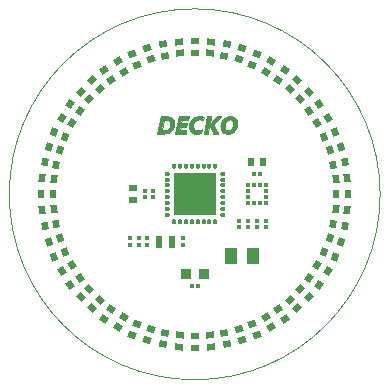
<source format=gbr>
G04 GENERATED BY PULSONIX 8.5 GERBER.DLL 5900*
G04 #@! TF.Part,Single*
%FSLAX35Y35*%
%LPD*%
%MOIN*%
G04 #@! TF.FileFunction,Soldermask,Top*
G04 #@! TA.AperFunction,Profile*
%ADD10C,0.00001*%
G04 #@! TD.AperFunction*
%ADD76C,0.00001*%
G04 #@! TA.AperFunction,SMDPad*
%ADD237R,0.01417X0.01654*%
%ADD238R,0.01654X0.01417*%
%ADD239R,0.03386X0.03386*%
%ADD240R,0.02205X0.04173*%
%ADD241R,0.01614X0.01713*%
%ADD242R,0.01713X0.01614*%
%AMT243*0 Bullet Pad at angle 0*1,1,0.01220,0.00000,0.00600*21,1,0.01220,0.01201,0,0,0*%
%ADD243T243*%
%AMT244*0 Bullet Pad at angle 90*1,1,0.01220,-0.00600,0.00000*21,1,0.01220,0.01201,0,0,90*%
%ADD244T244*%
%AMT245*0 Bullet Pad at angle 180*1,1,0.01220,0.00000,-0.00600*21,1,0.01220,0.01201,0,0,180*%
%ADD245T245*%
%AMT246*0 Bullet Pad at angle 270*1,1,0.01220,0.00600,0.00000*21,1,0.01220,0.01201,0,0,270*%
%ADD246T246*%
%ADD247R,0.14409X0.14409*%
%ADD249R,0.02598X0.02205*%
%AMT250*0 Rectangle Pad at angle 84*21,1,0.02205,0.02598,0,0,84*%
%ADD250T250*%
%AMT251*0 Rectangle Pad at angle 78*21,1,0.02205,0.02598,0,0,78*%
%ADD251T251*%
%AMT252*0 Rectangle Pad at angle 72*21,1,0.02205,0.02598,0,0,72*%
%ADD252T252*%
%AMT253*0 Rectangle Pad at angle 66*21,1,0.02205,0.02598,0,0,66*%
%ADD253T253*%
%AMT254*0 Rectangle Pad at angle 60*21,1,0.02205,0.02598,0,0,60*%
%ADD254T254*%
%AMT255*0 Rectangle Pad at angle 18*21,1,0.02205,0.02598,0,0,18*%
%ADD255T255*%
%AMT256*0 Rectangle Pad at angle 12*21,1,0.02205,0.02598,0,0,12*%
%ADD256T256*%
%AMT257*0 Rectangle Pad at angle 6*21,1,0.02205,0.02598,0,0,6*%
%ADD257T257*%
%ADD258R,0.02205X0.02598*%
%AMT259*0 Rectangle Pad at angle 174*21,1,0.02205,0.02598,0,0,174*%
%ADD259T259*%
%AMT260*0 Rectangle Pad at angle 168*21,1,0.02205,0.02598,0,0,168*%
%ADD260T260*%
%AMT261*0 Rectangle Pad at angle 36*21,1,0.02205,0.02598,0,0,36*%
%ADD261T261*%
%AMT262*0 Rectangle Pad at angle 30*21,1,0.02205,0.02598,0,0,30*%
%ADD262T262*%
%AMT263*0 Rectangle Pad at angle 24*21,1,0.02205,0.02598,0,0,24*%
%ADD263T263*%
%AMT264*0 Rectangle Pad at angle 108*21,1,0.02205,0.02598,0,0,108*%
%ADD264T264*%
%AMT265*0 Rectangle Pad at angle 102*21,1,0.02205,0.02598,0,0,102*%
%ADD265T265*%
%AMT266*0 Rectangle Pad at angle 96*21,1,0.02205,0.02598,0,0,96*%
%ADD266T266*%
%AMT267*0 Rectangle Pad at angle 162*21,1,0.02205,0.02598,0,0,162*%
%ADD267T267*%
%AMT268*0 Rectangle Pad at angle 156*21,1,0.02205,0.02598,0,0,156*%
%ADD268T268*%
%AMT269*0 Rectangle Pad at angle 150*21,1,0.02205,0.02598,0,0,150*%
%ADD269T269*%
%AMT270*0 Rectangle Pad at angle 144*21,1,0.02205,0.02598,0,0,144*%
%ADD270T270*%
%AMT271*0 Rectangle Pad at angle 138*21,1,0.02205,0.02598,0,0,138*%
%ADD271T271*%
%AMT272*0 Rectangle Pad at angle 132*21,1,0.02205,0.02598,0,0,132*%
%ADD272T272*%
%AMT273*0 Rectangle Pad at angle 54*21,1,0.02205,0.02598,0,0,54*%
%ADD273T273*%
%AMT274*0 Rectangle Pad at angle 48*21,1,0.02205,0.02598,0,0,48*%
%ADD274T274*%
%AMT275*0 Rectangle Pad at angle 42*21,1,0.02205,0.02598,0,0,42*%
%ADD275T275*%
%AMT276*0 Rectangle Pad at angle 126*21,1,0.02205,0.02598,0,0,126*%
%ADD276T276*%
%AMT277*0 Rectangle Pad at angle 120*21,1,0.02205,0.02598,0,0,120*%
%ADD277T277*%
%AMT278*0 Rectangle Pad at angle 114*21,1,0.02205,0.02598,0,0,114*%
%ADD278T278*%
%ADD279R,0.04173X0.05354*%
G04 #@! TA.AperFunction,ComponentPad*
%ADD331C,0.02236*%
X0Y0D02*
D02*
D10*
X61811Y123622D02*
G75*
G03Y0J-61811D01*
G01*
G75*
G03Y123622J61811*
G01*
D02*
D76*
X55014Y85466D02*
Y85238D01*
X54993Y85022*
X54971Y84805*
X54928Y84589*
X54874Y84372*
X54809Y84166*
X54733Y83971*
X54646Y83777*
X54549Y83593*
X54440Y83419*
X54321Y83246*
X54181Y83084*
X54040Y82932*
X53877Y82791*
X53704Y82661*
X53520Y82542*
X53325Y82434*
X53109Y82347*
X52881Y82261*
X52643Y82196*
X52394Y82142*
X52134Y82098*
X51853Y82077*
X51561Y82066*
X49254*
X50467Y87772*
X52470*
X52773Y87761*
X53065Y87728*
X53325Y87674*
X53574Y87598*
X53802Y87501*
X54007Y87393*
X54202Y87263*
X54376Y87122*
X54527Y86960*
X54657Y86786*
X54765Y86602*
X54852Y86397*
X54928Y86180*
X54982Y85953*
X55003Y85715*
X55014Y85466*
X53661Y85368D02*
X53650Y85520D01*
X53639Y85671*
X53607Y85812*
X53574Y85942*
X53520Y86061*
X53455Y86169*
X53379Y86278*
X53293Y86364*
X53195Y86451*
X53087Y86527*
X52968Y86581*
X52827Y86635*
X52676Y86678*
X52524Y86711*
X52351Y86721*
X52156Y86732*
X51539*
X50770Y83105*
X51550*
X51788Y83116*
X52015Y83149*
X52221Y83192*
X52427Y83268*
X52611Y83354*
X52784Y83463*
X52946Y83582*
X53087Y83722*
X53217Y83885*
X53336Y84047*
X53434Y84242*
X53509Y84437*
X53574Y84654*
X53618Y84881*
X53650Y85119*
X53661Y85368*
X54982Y84919D02*
G36*
X53623D01*
X53618Y84881*
X53574Y84654*
X53509Y84437*
X53434Y84242*
X53336Y84047*
X53217Y83885*
X53087Y83722*
X52946Y83582*
X52784Y83463*
X52611Y83354*
X52427Y83268*
X52221Y83192*
X52015Y83149*
X51788Y83116*
X51550Y83105*
X50770*
X51155Y84919*
X49861*
X49254Y82066*
X51561*
X51853Y82077*
X52134Y82098*
X52394Y82142*
X52643Y82196*
X52881Y82261*
X53109Y82347*
X53325Y82434*
X53520Y82542*
X53704Y82661*
X53877Y82791*
X54040Y82932*
X54181Y83084*
X54321Y83246*
X54440Y83419*
X54549Y83593*
X54646Y83777*
X54733Y83971*
X54809Y84166*
X54874Y84372*
X54928Y84589*
X54971Y84805*
X54982Y84919*
G37*
X52470Y87772D02*
G36*
X50467D01*
X49861Y84919*
X51155*
X51539Y86732*
X52156*
X52351Y86721*
X52524Y86711*
X52676Y86678*
X52827Y86635*
X52968Y86581*
X53087Y86527*
X53195Y86451*
X53293Y86364*
X53379Y86278*
X53455Y86169*
X53520Y86061*
X53574Y85942*
X53607Y85812*
X53639Y85671*
X53650Y85520*
X53661Y85368*
X53650Y85119*
X53623Y84919*
X54982*
X54993Y85022*
X55014Y85238*
Y85466*
X55003Y85715*
X54982Y85953*
X54928Y86180*
X54852Y86397*
X54765Y86602*
X54657Y86786*
X54527Y86960*
X54376Y87122*
X54202Y87263*
X54007Y87393*
X53802Y87501*
X53574Y87598*
X53325Y87674*
X53065Y87728*
X52773Y87761*
X52470Y87772*
G37*
X55014Y85466D02*
X53661Y85368*
X59659Y86732*
X57667D01*
X57396Y85444*
X59248*
X59020Y84405*
X57180*
X56898Y83105*
X59020*
X58804Y82066*
X55382*
X56595Y87772*
X59876*
X59659Y86732*
G36*
X57667*
X57396Y85444*
X59248*
X59020Y84405*
X57180*
X56898Y83105*
X59020*
X58804Y82066*
X55382*
X56595Y87772*
X59876*
X59659Y86732*
G37*
X64715Y86407D02*
X64455Y86537D01*
X64314Y86592*
X64163Y86646*
X63990Y86689*
X63806Y86732*
X63611Y86754*
X63394Y86765*
X63145Y86754*
X62907Y86721*
X62690Y86667*
X62485Y86581*
X62290Y86494*
X62117Y86375*
X61965Y86245*
X61814Y86104*
X61694Y85953*
X61586Y85780*
X61489Y85606*
X61413Y85411*
X61348Y85206*
X61305Y85000*
X61283Y84794*
X61272Y84578*
Y84394*
X61294Y84231*
X61326Y84069*
X61380Y83928*
X61435Y83798*
X61510Y83668*
X61586Y83560*
X61684Y83463*
X61792Y83365*
X61900Y83289*
X62030Y83224*
X62160Y83170*
X62301Y83127*
X62452Y83094*
X62615Y83073*
X62788*
X62994Y83084*
X63189Y83105*
X63383Y83138*
X63557Y83181*
X63881Y83300*
X64174Y83430*
X63903Y82218*
X63589Y82109*
X63253Y82033*
X63069Y82001*
X62875Y81979*
X62669Y81969*
X62452*
X62160Y81979*
X61889Y82012*
X61629Y82066*
X61380Y82142*
X61153Y82239*
X60947Y82358*
X60752Y82499*
X60579Y82651*
X60428Y82824*
X60298Y83008*
X60179Y83214*
X60081Y83430*
X60005Y83668*
X59951Y83906*
X59919Y84177*
X59908Y84448*
X59919Y84664*
X59930Y84892*
X59962Y85108*
X60005Y85325*
X60060Y85531*
X60125Y85736*
X60200Y85942*
X60298Y86126*
X60395Y86321*
X60514Y86494*
X60644Y86667*
X60774Y86830*
X60937Y86981*
X61099Y87122*
X61272Y87252*
X61467Y87382*
X61673Y87490*
X61889Y87588*
X62117Y87663*
X62366Y87739*
X62626Y87793*
X62896Y87837*
X63178Y87858*
X63481Y87869*
X63708Y87858*
X63925Y87847*
X64130Y87815*
X64336Y87782*
X64520Y87739*
X64693Y87696*
X64845Y87653*
X64986Y87609*
X64715Y86407*
G36*
X64455Y86537*
X64314Y86592*
X64163Y86646*
X63990Y86689*
X63806Y86732*
X63611Y86754*
X63394Y86765*
X63145Y86754*
X62907Y86721*
X62690Y86667*
X62485Y86581*
X62290Y86494*
X62117Y86375*
X61965Y86245*
X61814Y86104*
X61694Y85953*
X61586Y85780*
X61489Y85606*
X61413Y85411*
X61348Y85206*
X61305Y85000*
X61283Y84794*
X61272Y84578*
Y84394*
X61294Y84231*
X61326Y84069*
X61380Y83928*
X61435Y83798*
X61510Y83668*
X61586Y83560*
X61684Y83463*
X61792Y83365*
X61900Y83289*
X62030Y83224*
X62160Y83170*
X62301Y83127*
X62452Y83094*
X62615Y83073*
X62788*
X62994Y83084*
X63189Y83105*
X63383Y83138*
X63557Y83181*
X63881Y83300*
X64174Y83430*
X63903Y82218*
X63589Y82109*
X63253Y82033*
X63069Y82001*
X62875Y81979*
X62669Y81969*
X62452*
X62160Y81979*
X61889Y82012*
X61629Y82066*
X61380Y82142*
X61153Y82239*
X60947Y82358*
X60752Y82499*
X60579Y82651*
X60428Y82824*
X60298Y83008*
X60179Y83214*
X60081Y83430*
X60005Y83668*
X59951Y83906*
X59919Y84177*
X59908Y84448*
X59919Y84664*
X59930Y84892*
X59962Y85108*
X60005Y85325*
X60060Y85531*
X60125Y85736*
X60200Y85942*
X60298Y86126*
X60395Y86321*
X60514Y86494*
X60644Y86667*
X60774Y86830*
X60937Y86981*
X61099Y87122*
X61272Y87252*
X61467Y87382*
X61673Y87490*
X61889Y87588*
X62117Y87663*
X62366Y87739*
X62626Y87793*
X62896Y87837*
X63178Y87858*
X63481Y87869*
X63708Y87858*
X63925Y87847*
X64130Y87815*
X64336Y87782*
X64520Y87739*
X64693Y87696*
X64845Y87653*
X64986Y87609*
X64715Y86407*
G37*
X70659Y87772D02*
X70605Y87707D01*
X70540Y87631*
X70453Y87533*
X70367Y87425*
X70150Y87198*
X69901Y86938*
X69641Y86667*
X69360Y86375*
X69089Y86094*
X68818Y85823*
X68580Y85563*
X68364Y85325*
X68266Y85227*
X68190Y85130*
X68115Y85054*
X68061Y84989*
X68093Y84913*
X68136Y84838*
X68180Y84740*
X68234Y84621*
X68364Y84383*
X68504Y84112*
X68667Y83820*
X68829Y83528*
X69002Y83224*
X69154Y82943*
X69306Y82672*
X69436Y82434*
X69490Y82315*
X69533Y82218*
X69576Y82142*
X69598Y82066*
X68039*
X68017Y82120*
X67996Y82196*
X67952Y82272*
X67909Y82358*
X67812Y82564*
X67703Y82802*
X67573Y83040*
X67443Y83300*
X67184Y83798*
X67075Y84026*
X66978Y84231*
X66935Y84318*
X66891Y84394*
X66870Y84469*
X66848Y84524*
X66783Y84675*
X66761Y84751*
X66740Y84816*
X66729*
X66155Y82066*
X64856*
X66068Y87772*
X67368*
X66805Y85119*
X66815*
X66924Y85249*
X66978Y85314*
X67010Y85368*
X67064Y85422*
X67119Y85498*
X67184Y85574*
X67259Y85660*
X67433Y85855*
X67627Y86083*
X67844Y86321*
X68061Y86570*
X68277Y86819*
X68494Y87057*
X68689Y87274*
X68862Y87479*
X68938Y87566*
X68992Y87642*
X69046Y87718*
X69089Y87772*
X70659*
G36*
X70605Y87707*
X70540Y87631*
X70453Y87533*
X70367Y87425*
X70150Y87198*
X69901Y86938*
X69641Y86667*
X69360Y86375*
X69089Y86094*
X68818Y85823*
X68580Y85563*
X68364Y85325*
X68266Y85227*
X68190Y85130*
X68115Y85054*
X68061Y84989*
X68093Y84913*
X68136Y84838*
X68180Y84740*
X68234Y84621*
X68364Y84383*
X68504Y84112*
X68667Y83820*
X68829Y83528*
X69002Y83224*
X69154Y82943*
X69306Y82672*
X69436Y82434*
X69490Y82315*
X69533Y82218*
X69576Y82142*
X69598Y82066*
X68039*
X68017Y82120*
X67996Y82196*
X67952Y82272*
X67909Y82358*
X67812Y82564*
X67703Y82802*
X67573Y83040*
X67443Y83300*
X67184Y83798*
X67075Y84026*
X66978Y84231*
X66935Y84318*
X66891Y84394*
X66870Y84469*
X66848Y84524*
X66783Y84675*
X66761Y84751*
X66740Y84816*
X66729*
X66155Y82066*
X64856*
X66068Y87772*
X67368*
X66805Y85119*
X66815*
X66924Y85249*
X66978Y85314*
X67010Y85368*
X67064Y85422*
X67119Y85498*
X67184Y85574*
X67259Y85660*
X67433Y85855*
X67627Y86083*
X67844Y86321*
X68061Y86570*
X68277Y86819*
X68494Y87057*
X68689Y87274*
X68862Y87479*
X68938Y87566*
X68992Y87642*
X69046Y87718*
X69089Y87772*
X70659*
G37*
X75964Y85422D02*
X75942Y85076D01*
X75899Y84729*
X75834Y84383*
X75726Y84058*
X75596Y83744*
X75434Y83430*
X75239Y83149*
X75022Y82889*
X74816Y82694*
X74589Y82510*
X74340Y82347*
X74080Y82218*
X73788Y82109*
X73474Y82033*
X73138Y81979*
X72781Y81969*
X72510Y81979*
X72251Y82012*
X72001Y82077*
X71774Y82153*
X71558Y82261*
X71363Y82380*
X71189Y82510*
X71027Y82672*
X70886Y82845*
X70756Y83030*
X70648Y83235*
X70562Y83452*
X70486Y83679*
X70442Y83917*
X70410Y84166*
X70399Y84426*
X70410Y84794*
X70464Y85152*
X70540Y85509*
X70648Y85844*
X70800Y86169*
X70973Y86472*
X71179Y86765*
X71428Y87025*
X71633Y87209*
X71850Y87371*
X72088Y87512*
X72348Y87642*
X72629Y87739*
X72922Y87804*
X73236Y87858*
X73582Y87869*
X73831Y87858*
X74080Y87826*
X74318Y87772*
X74546Y87696*
X74762Y87609*
X74957Y87501*
X75130Y87371*
X75304Y87219*
X75444Y87046*
X75574Y86862*
X75693Y86667*
X75791Y86451*
X75867Y86213*
X75921Y85964*
X75953Y85693*
X75964Y85422*
X74600Y85379D02*
X74578Y85693D01*
X74524Y85964*
X74427Y86202*
X74286Y86397*
X74124Y86559*
X73918Y86667*
X73810Y86711*
X73690Y86743*
X73561Y86754*
X73431Y86765*
X73268Y86754*
X73117Y86721*
X72965Y86678*
X72824Y86613*
X72684Y86537*
X72554Y86440*
X72435Y86332*
X72315Y86202*
X72186Y86029*
X72077Y85834*
X71980Y85617*
X71904Y85390*
X71839Y85162*
X71796Y84924*
X71763Y84675*
X71752Y84437*
X71774Y84134*
X71839Y83863*
X71937Y83625*
X72066Y83430*
X72240Y83279*
X72435Y83159*
X72543Y83127*
X72662Y83094*
X72781Y83073*
X72911*
X73073Y83084*
X73225Y83105*
X73376Y83149*
X73528Y83214*
X73680Y83300*
X73810Y83398*
X73939Y83506*
X74048Y83647*
X74178Y83820*
X74297Y84026*
X74383Y84242*
X74459Y84459*
X74524Y84686*
X74567Y84924*
X74589Y85162*
X74600Y85379*
X75923Y84919D02*
G36*
X74566D01*
X74524Y84686*
X74459Y84459*
X74383Y84242*
X74297Y84026*
X74178Y83820*
X74048Y83647*
X73939Y83506*
X73810Y83398*
X73680Y83300*
X73528Y83214*
X73376Y83149*
X73225Y83105*
X73073Y83084*
X72911Y83073*
X72781*
X72662Y83094*
X72543Y83127*
X72435Y83159*
X72240Y83279*
X72066Y83430*
X71937Y83625*
X71839Y83863*
X71774Y84134*
X71752Y84437*
X71763Y84675*
X71795Y84919*
X70429*
X70410Y84794*
X70399Y84426*
X70410Y84166*
X70442Y83917*
X70486Y83679*
X70562Y83452*
X70648Y83235*
X70756Y83030*
X70886Y82845*
X71027Y82672*
X71189Y82510*
X71363Y82380*
X71558Y82261*
X71774Y82153*
X72001Y82077*
X72251Y82012*
X72510Y81979*
X72781Y81969*
X73138Y81979*
X73474Y82033*
X73788Y82109*
X74080Y82218*
X74340Y82347*
X74589Y82510*
X74816Y82694*
X75022Y82889*
X75239Y83149*
X75434Y83430*
X75596Y83744*
X75726Y84058*
X75834Y84383*
X75899Y84729*
X75923Y84919*
G37*
X73582Y87869D02*
G36*
X73236Y87858D01*
X72922Y87804*
X72629Y87739*
X72348Y87642*
X72088Y87512*
X71850Y87371*
X71633Y87209*
X71428Y87025*
X71179Y86765*
X70973Y86472*
X70800Y86169*
X70648Y85844*
X70540Y85509*
X70464Y85152*
X70429Y84919*
X71795*
X71796Y84924*
X71839Y85162*
X71904Y85390*
X71980Y85617*
X72077Y85834*
X72186Y86029*
X72315Y86202*
X72435Y86332*
X72554Y86440*
X72684Y86537*
X72824Y86613*
X72965Y86678*
X73117Y86721*
X73268Y86754*
X73431Y86765*
X73561Y86754*
X73690Y86743*
X73810Y86711*
X73918Y86667*
X74124Y86559*
X74286Y86397*
X74427Y86202*
X74524Y85964*
X74578Y85693*
X74600Y85379*
X74589Y85162*
X74567Y84924*
X74566Y84919*
X75923*
X75942Y85076*
X75964Y85422*
X75953Y85693*
X75921Y85964*
X75867Y86213*
X75791Y86451*
X75693Y86667*
X75574Y86862*
X75444Y87046*
X75304Y87219*
X75130Y87371*
X74957Y87501*
X74762Y87609*
X74546Y87696*
X74318Y87772*
X74080Y87826*
X73831Y87858*
X73582Y87869*
G37*
X75964Y85422D02*
X74600Y85379*
*
D237*
X40159Y44999D03*
Y47125D03*
X43109Y45001D03*
Y47127D03*
X45080Y60747D03*
Y62873D03*
X46064Y44999D03*
Y47125D03*
X48033Y60747D03*
Y62873D03*
X57875Y44999D03*
Y47125D03*
X76576Y50904D03*
Y53030D03*
X79529Y50904D03*
Y53030D03*
X82481Y50904D03*
Y53030D03*
X85434Y50904D03*
Y53030D03*
D02*
D238*
X60749Y31300D03*
X62875D03*
X81416Y68700D03*
X83542D03*
D02*
D239*
X58858Y35236D03*
X64764D03*
D02*
D240*
X49803Y46063D03*
X54134D03*
D02*
D241*
X79528Y58809D03*
Y64813D03*
X81496Y58809D03*
Y64813D03*
X83465Y58809D03*
Y64813D03*
X85433Y58809D03*
Y64813D03*
D02*
D242*
X79478Y60827D03*
Y62795D03*
X85482Y60827D03*
Y62795D03*
D02*
D243*
X54921Y52451D03*
X56890D03*
X58858D03*
X60827D03*
X62795D03*
X64764D03*
X66732D03*
X68701D03*
D02*
D244*
X71171Y54921D03*
Y56890D03*
Y58858D03*
Y60827D03*
Y62795D03*
Y64764D03*
Y66732D03*
Y68701D03*
D02*
D245*
X54921Y71171D03*
X56890D03*
X58858D03*
X60827D03*
X62795D03*
X64764D03*
X66732D03*
X68701D03*
D02*
D246*
X52451Y54921D03*
Y56890D03*
Y58858D03*
Y60827D03*
Y62795D03*
Y64764D03*
Y66732D03*
Y68701D03*
D02*
D247*
X61811Y61811D03*
D02*
D249*
X41142Y59843D03*
Y63780D03*
X61811Y10630D03*
Y14567D03*
Y109055D03*
Y112992D03*
D02*
D250*
X56461Y10910D03*
X56873Y14826D03*
X66749Y108796D03*
X67161Y112712D03*
D02*
D251*
X51170Y11748D03*
X51988Y15599D03*
X71634Y108023D03*
X72452Y111874D03*
D02*
D252*
X45995Y13135D03*
X47212Y16879D03*
X76410Y106743D03*
X77627Y110487D03*
D02*
D253*
X40994Y15055D03*
X42595Y18651D03*
X81027Y104971D03*
X82628Y108567D03*
D02*
D254*
X36220Y17487D03*
X38189Y20896D03*
X85433Y102726D03*
X87402Y106135D03*
D02*
D255*
X13135Y45995D03*
X16879Y47212D03*
X106743Y76410D03*
X110487Y77627D03*
D02*
D256*
X11748Y51170D03*
X15599Y51988D03*
X108023Y71634D03*
X111874Y72452D03*
D02*
D257*
X10910Y56461D03*
X14826Y56873D03*
X108796Y66749D03*
X112712Y67161D03*
D02*
D258*
X10630Y61811D03*
X14567D03*
X80512Y72638D03*
X84449D03*
X109055Y61811D03*
X112992D03*
D02*
D259*
X10910Y67161D03*
X14826Y66749D03*
X108796Y56873D03*
X112712Y56461D03*
D02*
D260*
X11748Y72452D03*
X15599Y71634D03*
X108023Y51988D03*
X111874Y51170D03*
D02*
D261*
X20405Y31728D03*
X23590Y34042D03*
X100032Y89580D03*
X103217Y91895D03*
D02*
D262*
X17487Y36220D03*
X20896Y38189D03*
X102726Y85433D03*
X106135Y87402D03*
D02*
D263*
X15055Y40994D03*
X18651Y42595D03*
X104971Y81027D03*
X108567Y82628D03*
D02*
D264*
X45995Y110487D03*
X47212Y106743D03*
X76410Y16879D03*
X77627Y13135D03*
D02*
D265*
X51170Y111874D03*
X51988Y108023D03*
X71634Y15599D03*
X72452Y11748D03*
D02*
D266*
X56461Y112712D03*
X56873Y108796D03*
X66749Y14826D03*
X67161Y10910D03*
D02*
D267*
X13135Y77627D03*
X16879Y76410D03*
X106743Y47212D03*
X110487Y45995D03*
D02*
D268*
X15055Y82628D03*
X18651Y81027D03*
X104971Y42595D03*
X108567Y40994D03*
D02*
D269*
X17487Y87402D03*
X20896Y85433D03*
X102726Y38189D03*
X106135Y36220D03*
D02*
D270*
X20405Y91895D03*
X23590Y89580D03*
X100032Y34042D03*
X103217Y31728D03*
D02*
D271*
X23776Y96058D03*
X26702Y93423D03*
X96920Y30199D03*
X99846Y27564D03*
D02*
D272*
X27564Y99846D03*
X30199Y96920D03*
X93423Y26702D03*
X96058Y23776D03*
D02*
D273*
X31728Y20405D03*
X34042Y23590D03*
X89580Y100032D03*
X91895Y103217D03*
D02*
D274*
X27564Y23776D03*
X30199Y26702D03*
X93423Y96920D03*
X96058Y99846D03*
D02*
D275*
X23776Y27564D03*
X26702Y30199D03*
X96920Y93423D03*
X99846Y96058D03*
D02*
D276*
X31728Y103217D03*
X34042Y100032D03*
X89580Y23590D03*
X91895Y20405D03*
D02*
D277*
X36220Y106135D03*
X38189Y102726D03*
X85433Y20896D03*
X87402Y17487D03*
D02*
D278*
X40994Y108567D03*
X42595Y104971D03*
X81027Y18651D03*
X82628Y15055D03*
D02*
D279*
X74016Y41142D03*
X81102D03*
D02*
D331*
X57874Y57874D03*
Y61811D03*
Y65748D03*
X61811Y57874D03*
Y61811D03*
Y65748D03*
X65748Y57874D03*
Y61811D03*
Y65748D03*
X0Y0D02*
M02*

</source>
